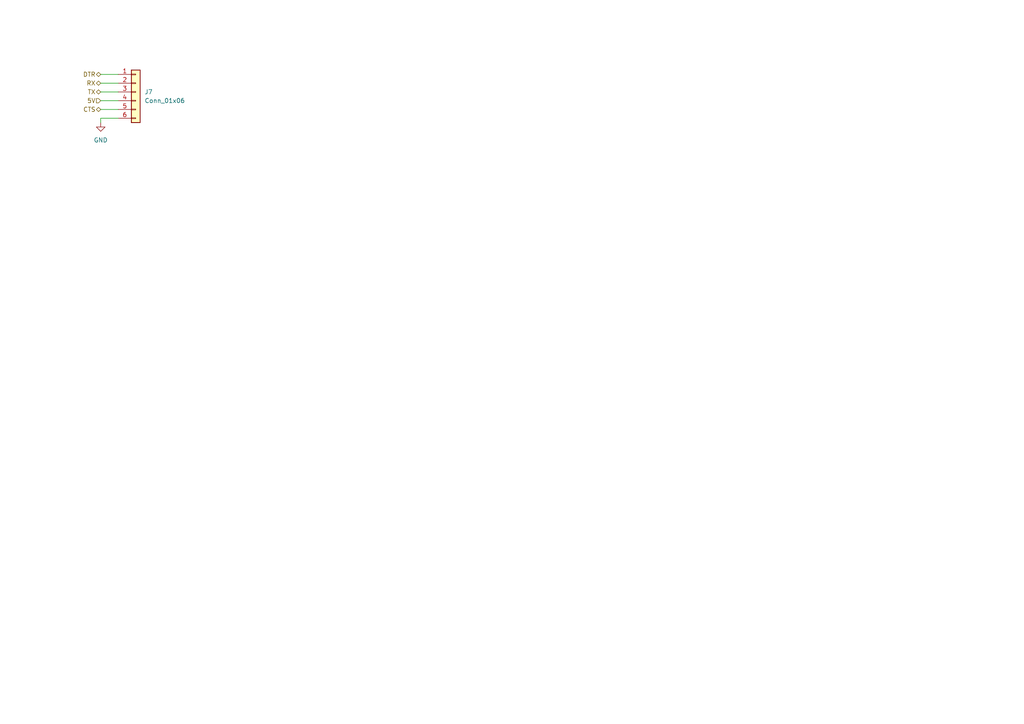
<source format=kicad_sch>
(kicad_sch (version 20211123) (generator eeschema)
  (paper "A4")
  (lib_symbols
    (symbol "Connector_Generic:Conn_01x06" (pin_names (offset 1.016) hide)
      (property "Reference" "J" (at 0 7.62 0))
      (property "Value" "Conn_01x06" (at 0 -10.16 0))
      (symbol "Conn_01x06_1_1"
        (rectangle (start -1.27 -7.493) (end 0 -7.747) (stroke (width 0.1524)))
        (rectangle (start -1.27 -4.953) (end 0 -5.207) (stroke (width 0.1524)))
        (rectangle (start -1.27 -2.413) (end 0 -2.667) (stroke (width 0.1524)))
        (rectangle (start -1.27 0.127) (end 0 -0.127) (stroke (width 0.1524)))
        (rectangle (start -1.27 2.667) (end 0 2.413) (stroke (width 0.1524)))
        (rectangle (start -1.27 5.207) (end 0 4.953) (stroke (width 0.1524)))
        (rectangle (start -1.27 6.35) (end 1.27 -8.89) (stroke (width 0.254)) (fill (type background)))
        (pin passive line (at -5.08 5.08 0) (length 3.81) (name "Pin_1") (number "1"))
        (pin passive line (at -5.08 2.54 0) (length 3.81) (name "Pin_2") (number "2"))
        (pin passive line (at -5.08 0 0) (length 3.81) (name "Pin_3") (number "3"))
        (pin passive line (at -5.08 -2.54 0) (length 3.81) (name "Pin_4") (number "4"))
        (pin passive line (at -5.08 -5.08 0) (length 3.81) (name "Pin_5") (number "5"))
        (pin passive line (at -5.08 -7.62 0) (length 3.81) (name "Pin_6") (number "6"))
      )
    )
    (symbol "power:GND" (power) (pin_names (offset 0))
      (property "Value" "GND" (at 0 -3.81 0))
      (symbol "GND_0_1"
        (polyline (pts (xy 0 0) (xy 0 -1.27) (xy 1.27 -1.27) (xy 0 -2.54) (xy -1.27 -1.27) (xy 0 -1.27)))
      )
      (symbol "GND_1_1"
        (pin power_in line (at 0 0 270) (length 0) hide (name "GND") (number "1"))
      )
    )
  )
  (wire (pts (xy 29.21 35.56) (xy 29.21 34.29)))
  (wire (pts (xy 29.21 24.13) (xy 34.29 24.13)))
  (wire (pts (xy 29.21 26.67) (xy 34.29 26.67)))
  (wire (pts (xy 29.21 34.29) (xy 34.29 34.29)))
  (wire (pts (xy 29.21 21.59) (xy 34.29 21.59)))
  (wire (pts (xy 29.21 29.21) (xy 34.29 29.21)))
  (wire (pts (xy 29.21 31.75) (xy 34.29 31.75)))
  (hierarchical_label "CTS" (shape bidirectional) (at 29.21 31.75 180))
  (hierarchical_label "5V" (shape input) (at 29.21 29.21 180))
  (hierarchical_label "RX" (shape bidirectional) (at 29.21 24.13 180))
  (hierarchical_label "TX" (shape bidirectional) (at 29.21 26.67 180))
  (hierarchical_label "DTR" (shape bidirectional) (at 29.21 21.59 180))
  (symbol (lib_id "power:GND") (at 29.21 35.56 0) (unit 1)
    (property "Reference" "#PWR0123" (effects hide))
    (property "Value" "GND" (at 29.21 40.64 0))
  )
  (symbol (lib_id "Connector_Generic:Conn_01x06") (at 39.37 26.67 0) (unit 1)
    (property "Reference" "J7" (at 41.91 26.6699 0) (effects (justify left)))
    (property "Value" "Conn_01x06" (at 41.91 29.2099 0) (effects (justify left)))
    (property "Footprint" "Connector_JST:JST_EH_B6B-EH-A_1x06_P2.50mm_Vertical" (effects hide))
  )
)
</source>
